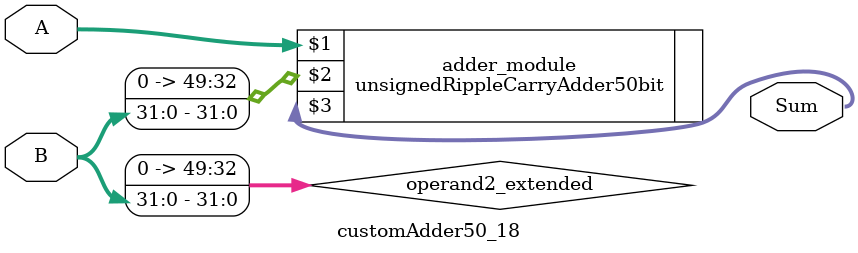
<source format=v>
module customAdder50_18(
                        input [49 : 0] A,
                        input [31 : 0] B,
                        
                        output [50 : 0] Sum
                );

        wire [49 : 0] operand2_extended;
        
        assign operand2_extended =  {18'b0, B};
        
        unsignedRippleCarryAdder50bit adder_module(
            A,
            operand2_extended,
            Sum
        );
        
        endmodule
        
</source>
